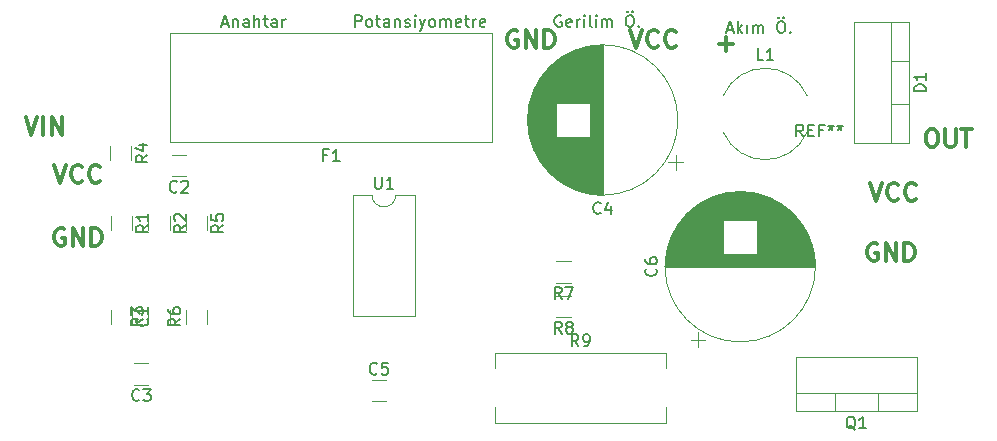
<source format=gbr>
G04 #@! TF.GenerationSoftware,KiCad,Pcbnew,(5.0.2)-1*
G04 #@! TF.CreationDate,2021-12-13T13:30:45+03:00*
G04 #@! TF.ProjectId,tasarim,74617361-7269-46d2-9e6b-696361645f70,rev?*
G04 #@! TF.SameCoordinates,Original*
G04 #@! TF.FileFunction,Legend,Top*
G04 #@! TF.FilePolarity,Positive*
%FSLAX46Y46*%
G04 Gerber Fmt 4.6, Leading zero omitted, Abs format (unit mm)*
G04 Created by KiCad (PCBNEW (5.0.2)-1) date 13.12.2021 13:30:45*
%MOMM*%
%LPD*%
G01*
G04 APERTURE LIST*
%ADD10C,0.300000*%
%ADD11C,0.120000*%
%ADD12C,0.150000*%
G04 APERTURE END LIST*
D10*
X182054571Y-82403142D02*
X183197428Y-82403142D01*
X182626000Y-82974571D02*
X182626000Y-81831714D01*
X123325142Y-88586571D02*
X123825142Y-90086571D01*
X124325142Y-88586571D01*
X124825142Y-90086571D02*
X124825142Y-88586571D01*
X125539428Y-90086571D02*
X125539428Y-88586571D01*
X126396571Y-90086571D01*
X126396571Y-88586571D01*
X199922000Y-89602571D02*
X200207714Y-89602571D01*
X200350571Y-89674000D01*
X200493428Y-89816857D01*
X200564857Y-90102571D01*
X200564857Y-90602571D01*
X200493428Y-90888285D01*
X200350571Y-91031142D01*
X200207714Y-91102571D01*
X199922000Y-91102571D01*
X199779142Y-91031142D01*
X199636285Y-90888285D01*
X199564857Y-90602571D01*
X199564857Y-90102571D01*
X199636285Y-89816857D01*
X199779142Y-89674000D01*
X199922000Y-89602571D01*
X201207714Y-89602571D02*
X201207714Y-90816857D01*
X201279142Y-90959714D01*
X201350571Y-91031142D01*
X201493428Y-91102571D01*
X201779142Y-91102571D01*
X201922000Y-91031142D01*
X201993428Y-90959714D01*
X202064857Y-90816857D01*
X202064857Y-89602571D01*
X202564857Y-89602571D02*
X203422000Y-89602571D01*
X202993428Y-91102571D02*
X202993428Y-89602571D01*
X174530000Y-81215571D02*
X175030000Y-82715571D01*
X175530000Y-81215571D01*
X176887142Y-82572714D02*
X176815714Y-82644142D01*
X176601428Y-82715571D01*
X176458571Y-82715571D01*
X176244285Y-82644142D01*
X176101428Y-82501285D01*
X176030000Y-82358428D01*
X175958571Y-82072714D01*
X175958571Y-81858428D01*
X176030000Y-81572714D01*
X176101428Y-81429857D01*
X176244285Y-81287000D01*
X176458571Y-81215571D01*
X176601428Y-81215571D01*
X176815714Y-81287000D01*
X176887142Y-81358428D01*
X178387142Y-82572714D02*
X178315714Y-82644142D01*
X178101428Y-82715571D01*
X177958571Y-82715571D01*
X177744285Y-82644142D01*
X177601428Y-82501285D01*
X177530000Y-82358428D01*
X177458571Y-82072714D01*
X177458571Y-81858428D01*
X177530000Y-81572714D01*
X177601428Y-81429857D01*
X177744285Y-81287000D01*
X177958571Y-81215571D01*
X178101428Y-81215571D01*
X178315714Y-81287000D01*
X178387142Y-81358428D01*
X164973142Y-81292000D02*
X164830285Y-81220571D01*
X164616000Y-81220571D01*
X164401714Y-81292000D01*
X164258857Y-81434857D01*
X164187428Y-81577714D01*
X164116000Y-81863428D01*
X164116000Y-82077714D01*
X164187428Y-82363428D01*
X164258857Y-82506285D01*
X164401714Y-82649142D01*
X164616000Y-82720571D01*
X164758857Y-82720571D01*
X164973142Y-82649142D01*
X165044571Y-82577714D01*
X165044571Y-82077714D01*
X164758857Y-82077714D01*
X165687428Y-82720571D02*
X165687428Y-81220571D01*
X166544571Y-82720571D01*
X166544571Y-81220571D01*
X167258857Y-82720571D02*
X167258857Y-81220571D01*
X167616000Y-81220571D01*
X167830285Y-81292000D01*
X167973142Y-81434857D01*
X168044571Y-81577714D01*
X168116000Y-81863428D01*
X168116000Y-82077714D01*
X168044571Y-82363428D01*
X167973142Y-82506285D01*
X167830285Y-82649142D01*
X167616000Y-82720571D01*
X167258857Y-82720571D01*
X194850000Y-94169571D02*
X195350000Y-95669571D01*
X195850000Y-94169571D01*
X197207142Y-95526714D02*
X197135714Y-95598142D01*
X196921428Y-95669571D01*
X196778571Y-95669571D01*
X196564285Y-95598142D01*
X196421428Y-95455285D01*
X196350000Y-95312428D01*
X196278571Y-95026714D01*
X196278571Y-94812428D01*
X196350000Y-94526714D01*
X196421428Y-94383857D01*
X196564285Y-94241000D01*
X196778571Y-94169571D01*
X196921428Y-94169571D01*
X197135714Y-94241000D01*
X197207142Y-94312428D01*
X198707142Y-95526714D02*
X198635714Y-95598142D01*
X198421428Y-95669571D01*
X198278571Y-95669571D01*
X198064285Y-95598142D01*
X197921428Y-95455285D01*
X197850000Y-95312428D01*
X197778571Y-95026714D01*
X197778571Y-94812428D01*
X197850000Y-94526714D01*
X197921428Y-94383857D01*
X198064285Y-94241000D01*
X198278571Y-94169571D01*
X198421428Y-94169571D01*
X198635714Y-94241000D01*
X198707142Y-94312428D01*
X195453142Y-99326000D02*
X195310285Y-99254571D01*
X195096000Y-99254571D01*
X194881714Y-99326000D01*
X194738857Y-99468857D01*
X194667428Y-99611714D01*
X194596000Y-99897428D01*
X194596000Y-100111714D01*
X194667428Y-100397428D01*
X194738857Y-100540285D01*
X194881714Y-100683142D01*
X195096000Y-100754571D01*
X195238857Y-100754571D01*
X195453142Y-100683142D01*
X195524571Y-100611714D01*
X195524571Y-100111714D01*
X195238857Y-100111714D01*
X196167428Y-100754571D02*
X196167428Y-99254571D01*
X197024571Y-100754571D01*
X197024571Y-99254571D01*
X197738857Y-100754571D02*
X197738857Y-99254571D01*
X198096000Y-99254571D01*
X198310285Y-99326000D01*
X198453142Y-99468857D01*
X198524571Y-99611714D01*
X198596000Y-99897428D01*
X198596000Y-100111714D01*
X198524571Y-100397428D01*
X198453142Y-100540285D01*
X198310285Y-100683142D01*
X198096000Y-100754571D01*
X197738857Y-100754571D01*
X125762000Y-92645571D02*
X126262000Y-94145571D01*
X126762000Y-92645571D01*
X128119142Y-94002714D02*
X128047714Y-94074142D01*
X127833428Y-94145571D01*
X127690571Y-94145571D01*
X127476285Y-94074142D01*
X127333428Y-93931285D01*
X127262000Y-93788428D01*
X127190571Y-93502714D01*
X127190571Y-93288428D01*
X127262000Y-93002714D01*
X127333428Y-92859857D01*
X127476285Y-92717000D01*
X127690571Y-92645571D01*
X127833428Y-92645571D01*
X128047714Y-92717000D01*
X128119142Y-92788428D01*
X129619142Y-94002714D02*
X129547714Y-94074142D01*
X129333428Y-94145571D01*
X129190571Y-94145571D01*
X128976285Y-94074142D01*
X128833428Y-93931285D01*
X128762000Y-93788428D01*
X128690571Y-93502714D01*
X128690571Y-93288428D01*
X128762000Y-93002714D01*
X128833428Y-92859857D01*
X128976285Y-92717000D01*
X129190571Y-92645571D01*
X129333428Y-92645571D01*
X129547714Y-92717000D01*
X129619142Y-92788428D01*
X126619142Y-98056000D02*
X126476285Y-97984571D01*
X126262000Y-97984571D01*
X126047714Y-98056000D01*
X125904857Y-98198857D01*
X125833428Y-98341714D01*
X125762000Y-98627428D01*
X125762000Y-98841714D01*
X125833428Y-99127428D01*
X125904857Y-99270285D01*
X126047714Y-99413142D01*
X126262000Y-99484571D01*
X126404857Y-99484571D01*
X126619142Y-99413142D01*
X126690571Y-99341714D01*
X126690571Y-98841714D01*
X126404857Y-98841714D01*
X127333428Y-99484571D02*
X127333428Y-97984571D01*
X128190571Y-99484571D01*
X128190571Y-97984571D01*
X128904857Y-99484571D02*
X128904857Y-97984571D01*
X129262000Y-97984571D01*
X129476285Y-98056000D01*
X129619142Y-98198857D01*
X129690571Y-98341714D01*
X129762000Y-98627428D01*
X129762000Y-98841714D01*
X129690571Y-99127428D01*
X129619142Y-99270285D01*
X129476285Y-99413142D01*
X129262000Y-99484571D01*
X128904857Y-99484571D01*
D11*
G04 #@! TO.C,U1*
X154670000Y-95190000D02*
G75*
G02X152670000Y-95190000I-1000000J0D01*
G01*
X152670000Y-95190000D02*
X151020000Y-95190000D01*
X151020000Y-95190000D02*
X151020000Y-105470000D01*
X151020000Y-105470000D02*
X156320000Y-105470000D01*
X156320000Y-105470000D02*
X156320000Y-95190000D01*
X156320000Y-95190000D02*
X154670000Y-95190000D01*
G04 #@! TO.C,C4*
X178380582Y-93036500D02*
X178380582Y-91786500D01*
X179005582Y-92411500D02*
X177755582Y-92411500D01*
X165827500Y-89153500D02*
X165827500Y-88519500D01*
X165867500Y-89593500D02*
X165867500Y-88079500D01*
X165907500Y-89864500D02*
X165907500Y-87808500D01*
X165947500Y-90077500D02*
X165947500Y-87595500D01*
X165987500Y-90258500D02*
X165987500Y-87414500D01*
X166027500Y-90419500D02*
X166027500Y-87253500D01*
X166067500Y-90564500D02*
X166067500Y-87108500D01*
X166107500Y-90697500D02*
X166107500Y-86975500D01*
X166147500Y-90820500D02*
X166147500Y-86852500D01*
X166187500Y-90936500D02*
X166187500Y-86736500D01*
X166227500Y-91045500D02*
X166227500Y-86627500D01*
X166267500Y-91148500D02*
X166267500Y-86524500D01*
X166307500Y-91246500D02*
X166307500Y-86426500D01*
X166347500Y-91340500D02*
X166347500Y-86332500D01*
X166387500Y-91430500D02*
X166387500Y-86242500D01*
X166427500Y-91517500D02*
X166427500Y-86155500D01*
X166467500Y-91600500D02*
X166467500Y-86072500D01*
X166507500Y-91680500D02*
X166507500Y-85992500D01*
X166547500Y-91757500D02*
X166547500Y-85915500D01*
X166587500Y-91832500D02*
X166587500Y-85840500D01*
X166627500Y-91905500D02*
X166627500Y-85767500D01*
X166667500Y-91976500D02*
X166667500Y-85696500D01*
X166707500Y-92044500D02*
X166707500Y-85628500D01*
X166747500Y-92111500D02*
X166747500Y-85561500D01*
X166787500Y-92175500D02*
X166787500Y-85497500D01*
X166827500Y-92238500D02*
X166827500Y-85434500D01*
X166867500Y-92300500D02*
X166867500Y-85372500D01*
X166907500Y-92360500D02*
X166907500Y-85312500D01*
X166947500Y-92419500D02*
X166947500Y-85253500D01*
X166987500Y-92476500D02*
X166987500Y-85196500D01*
X167027500Y-92532500D02*
X167027500Y-85140500D01*
X167067500Y-92586500D02*
X167067500Y-85086500D01*
X167107500Y-92640500D02*
X167107500Y-85032500D01*
X167147500Y-92692500D02*
X167147500Y-84980500D01*
X167187500Y-92743500D02*
X167187500Y-84929500D01*
X167227500Y-92793500D02*
X167227500Y-84879500D01*
X167267500Y-92843500D02*
X167267500Y-84829500D01*
X167307500Y-92891500D02*
X167307500Y-84781500D01*
X167347500Y-92938500D02*
X167347500Y-84734500D01*
X167387500Y-92984500D02*
X167387500Y-84688500D01*
X167427500Y-93030500D02*
X167427500Y-84642500D01*
X167467500Y-93074500D02*
X167467500Y-84598500D01*
X167507500Y-93118500D02*
X167507500Y-84554500D01*
X167547500Y-93161500D02*
X167547500Y-84511500D01*
X167587500Y-93203500D02*
X167587500Y-84469500D01*
X167627500Y-93244500D02*
X167627500Y-84428500D01*
X167667500Y-93285500D02*
X167667500Y-84387500D01*
X167707500Y-93325500D02*
X167707500Y-84347500D01*
X167747500Y-93364500D02*
X167747500Y-84308500D01*
X167787500Y-93403500D02*
X167787500Y-84269500D01*
X167827500Y-93441500D02*
X167827500Y-84231500D01*
X167867500Y-93478500D02*
X167867500Y-84194500D01*
X167907500Y-93514500D02*
X167907500Y-84158500D01*
X167947500Y-93550500D02*
X167947500Y-84122500D01*
X167987500Y-93586500D02*
X167987500Y-84086500D01*
X168027500Y-93621500D02*
X168027500Y-84051500D01*
X168067500Y-93655500D02*
X168067500Y-84017500D01*
X168107500Y-93688500D02*
X168107500Y-83984500D01*
X168147500Y-93721500D02*
X168147500Y-83951500D01*
X168187500Y-93754500D02*
X168187500Y-83918500D01*
X168227500Y-93786500D02*
X168227500Y-83886500D01*
X168267500Y-87396500D02*
X168267500Y-83854500D01*
X168267500Y-93818500D02*
X168267500Y-90276500D01*
X168307500Y-87396500D02*
X168307500Y-83824500D01*
X168307500Y-93848500D02*
X168307500Y-90276500D01*
X168347500Y-87396500D02*
X168347500Y-83793500D01*
X168347500Y-93879500D02*
X168347500Y-90276500D01*
X168387500Y-87396500D02*
X168387500Y-83763500D01*
X168387500Y-93909500D02*
X168387500Y-90276500D01*
X168427500Y-87396500D02*
X168427500Y-83734500D01*
X168427500Y-93938500D02*
X168427500Y-90276500D01*
X168467500Y-87396500D02*
X168467500Y-83705500D01*
X168467500Y-93967500D02*
X168467500Y-90276500D01*
X168507500Y-87396500D02*
X168507500Y-83676500D01*
X168507500Y-93996500D02*
X168507500Y-90276500D01*
X168547500Y-87396500D02*
X168547500Y-83648500D01*
X168547500Y-94024500D02*
X168547500Y-90276500D01*
X168587500Y-87396500D02*
X168587500Y-83620500D01*
X168587500Y-94052500D02*
X168587500Y-90276500D01*
X168627500Y-87396500D02*
X168627500Y-83593500D01*
X168627500Y-94079500D02*
X168627500Y-90276500D01*
X168667500Y-87396500D02*
X168667500Y-83566500D01*
X168667500Y-94106500D02*
X168667500Y-90276500D01*
X168707500Y-87396500D02*
X168707500Y-83540500D01*
X168707500Y-94132500D02*
X168707500Y-90276500D01*
X168747500Y-87396500D02*
X168747500Y-83514500D01*
X168747500Y-94158500D02*
X168747500Y-90276500D01*
X168787500Y-87396500D02*
X168787500Y-83489500D01*
X168787500Y-94183500D02*
X168787500Y-90276500D01*
X168827500Y-87396500D02*
X168827500Y-83464500D01*
X168827500Y-94208500D02*
X168827500Y-90276500D01*
X168867500Y-87396500D02*
X168867500Y-83439500D01*
X168867500Y-94233500D02*
X168867500Y-90276500D01*
X168907500Y-87396500D02*
X168907500Y-83415500D01*
X168907500Y-94257500D02*
X168907500Y-90276500D01*
X168947500Y-87396500D02*
X168947500Y-83391500D01*
X168947500Y-94281500D02*
X168947500Y-90276500D01*
X168987500Y-87396500D02*
X168987500Y-83368500D01*
X168987500Y-94304500D02*
X168987500Y-90276500D01*
X169027500Y-87396500D02*
X169027500Y-83345500D01*
X169027500Y-94327500D02*
X169027500Y-90276500D01*
X169067500Y-87396500D02*
X169067500Y-83322500D01*
X169067500Y-94350500D02*
X169067500Y-90276500D01*
X169107500Y-87396500D02*
X169107500Y-83300500D01*
X169107500Y-94372500D02*
X169107500Y-90276500D01*
X169147500Y-87396500D02*
X169147500Y-83278500D01*
X169147500Y-94394500D02*
X169147500Y-90276500D01*
X169187500Y-87396500D02*
X169187500Y-83256500D01*
X169187500Y-94416500D02*
X169187500Y-90276500D01*
X169227500Y-87396500D02*
X169227500Y-83235500D01*
X169227500Y-94437500D02*
X169227500Y-90276500D01*
X169267500Y-87396500D02*
X169267500Y-83214500D01*
X169267500Y-94458500D02*
X169267500Y-90276500D01*
X169307500Y-87396500D02*
X169307500Y-83194500D01*
X169307500Y-94478500D02*
X169307500Y-90276500D01*
X169347500Y-87396500D02*
X169347500Y-83174500D01*
X169347500Y-94498500D02*
X169347500Y-90276500D01*
X169387500Y-87396500D02*
X169387500Y-83154500D01*
X169387500Y-94518500D02*
X169387500Y-90276500D01*
X169427500Y-87396500D02*
X169427500Y-83134500D01*
X169427500Y-94538500D02*
X169427500Y-90276500D01*
X169467500Y-87396500D02*
X169467500Y-83115500D01*
X169467500Y-94557500D02*
X169467500Y-90276500D01*
X169507500Y-87396500D02*
X169507500Y-83097500D01*
X169507500Y-94575500D02*
X169507500Y-90276500D01*
X169547500Y-87396500D02*
X169547500Y-83078500D01*
X169547500Y-94594500D02*
X169547500Y-90276500D01*
X169587500Y-87396500D02*
X169587500Y-83060500D01*
X169587500Y-94612500D02*
X169587500Y-90276500D01*
X169627500Y-87396500D02*
X169627500Y-83043500D01*
X169627500Y-94629500D02*
X169627500Y-90276500D01*
X169667500Y-87396500D02*
X169667500Y-83025500D01*
X169667500Y-94647500D02*
X169667500Y-90276500D01*
X169707500Y-87396500D02*
X169707500Y-83008500D01*
X169707500Y-94664500D02*
X169707500Y-90276500D01*
X169747500Y-87396500D02*
X169747500Y-82991500D01*
X169747500Y-94681500D02*
X169747500Y-90276500D01*
X169787500Y-87396500D02*
X169787500Y-82975500D01*
X169787500Y-94697500D02*
X169787500Y-90276500D01*
X169827500Y-87396500D02*
X169827500Y-82959500D01*
X169827500Y-94713500D02*
X169827500Y-90276500D01*
X169867500Y-87396500D02*
X169867500Y-82943500D01*
X169867500Y-94729500D02*
X169867500Y-90276500D01*
X169907500Y-87396500D02*
X169907500Y-82928500D01*
X169907500Y-94744500D02*
X169907500Y-90276500D01*
X169947500Y-87396500D02*
X169947500Y-82912500D01*
X169947500Y-94760500D02*
X169947500Y-90276500D01*
X169987500Y-87396500D02*
X169987500Y-82897500D01*
X169987500Y-94775500D02*
X169987500Y-90276500D01*
X170027500Y-87396500D02*
X170027500Y-82883500D01*
X170027500Y-94789500D02*
X170027500Y-90276500D01*
X170067500Y-87396500D02*
X170067500Y-82869500D01*
X170067500Y-94803500D02*
X170067500Y-90276500D01*
X170107500Y-87396500D02*
X170107500Y-82855500D01*
X170107500Y-94817500D02*
X170107500Y-90276500D01*
X170147500Y-87396500D02*
X170147500Y-82841500D01*
X170147500Y-94831500D02*
X170147500Y-90276500D01*
X170187500Y-87396500D02*
X170187500Y-82828500D01*
X170187500Y-94844500D02*
X170187500Y-90276500D01*
X170227500Y-87396500D02*
X170227500Y-82815500D01*
X170227500Y-94857500D02*
X170227500Y-90276500D01*
X170267500Y-87396500D02*
X170267500Y-82802500D01*
X170267500Y-94870500D02*
X170267500Y-90276500D01*
X170307500Y-87396500D02*
X170307500Y-82789500D01*
X170307500Y-94883500D02*
X170307500Y-90276500D01*
X170347500Y-87396500D02*
X170347500Y-82777500D01*
X170347500Y-94895500D02*
X170347500Y-90276500D01*
X170387500Y-87396500D02*
X170387500Y-82765500D01*
X170387500Y-94907500D02*
X170387500Y-90276500D01*
X170427500Y-87396500D02*
X170427500Y-82753500D01*
X170427500Y-94919500D02*
X170427500Y-90276500D01*
X170467500Y-87396500D02*
X170467500Y-82742500D01*
X170467500Y-94930500D02*
X170467500Y-90276500D01*
X170507500Y-87396500D02*
X170507500Y-82731500D01*
X170507500Y-94941500D02*
X170507500Y-90276500D01*
X170547500Y-87396500D02*
X170547500Y-82720500D01*
X170547500Y-94952500D02*
X170547500Y-90276500D01*
X170587500Y-87396500D02*
X170587500Y-82710500D01*
X170587500Y-94962500D02*
X170587500Y-90276500D01*
X170627500Y-87396500D02*
X170627500Y-82699500D01*
X170627500Y-94973500D02*
X170627500Y-90276500D01*
X170667500Y-87396500D02*
X170667500Y-82690500D01*
X170667500Y-94982500D02*
X170667500Y-90276500D01*
X170707500Y-87396500D02*
X170707500Y-82680500D01*
X170707500Y-94992500D02*
X170707500Y-90276500D01*
X170747500Y-87396500D02*
X170747500Y-82670500D01*
X170747500Y-95002500D02*
X170747500Y-90276500D01*
X170787500Y-87396500D02*
X170787500Y-82661500D01*
X170787500Y-95011500D02*
X170787500Y-90276500D01*
X170827500Y-87396500D02*
X170827500Y-82652500D01*
X170827500Y-95020500D02*
X170827500Y-90276500D01*
X170867500Y-87396500D02*
X170867500Y-82644500D01*
X170867500Y-95028500D02*
X170867500Y-90276500D01*
X170907500Y-87396500D02*
X170907500Y-82635500D01*
X170907500Y-95037500D02*
X170907500Y-90276500D01*
X170947500Y-87396500D02*
X170947500Y-82627500D01*
X170947500Y-95045500D02*
X170947500Y-90276500D01*
X170987500Y-87396500D02*
X170987500Y-82620500D01*
X170987500Y-95052500D02*
X170987500Y-90276500D01*
X171027500Y-87396500D02*
X171027500Y-82612500D01*
X171027500Y-95060500D02*
X171027500Y-90276500D01*
X171067500Y-87396500D02*
X171067500Y-82605500D01*
X171067500Y-95067500D02*
X171067500Y-90276500D01*
X171107500Y-87396500D02*
X171107500Y-82598500D01*
X171107500Y-95074500D02*
X171107500Y-90276500D01*
X171147500Y-95081500D02*
X171147500Y-82591500D01*
X171187500Y-95088500D02*
X171187500Y-82584500D01*
X171227500Y-95094500D02*
X171227500Y-82578500D01*
X171267500Y-95100500D02*
X171267500Y-82572500D01*
X171307500Y-95105500D02*
X171307500Y-82567500D01*
X171347500Y-95111500D02*
X171347500Y-82561500D01*
X171387500Y-95116500D02*
X171387500Y-82556500D01*
X171427500Y-95121500D02*
X171427500Y-82551500D01*
X171467500Y-95126500D02*
X171467500Y-82546500D01*
X171508500Y-95130500D02*
X171508500Y-82542500D01*
X171548500Y-95134500D02*
X171548500Y-82538500D01*
X171588500Y-95138500D02*
X171588500Y-82534500D01*
X171628500Y-95142500D02*
X171628500Y-82530500D01*
X171668500Y-95145500D02*
X171668500Y-82527500D01*
X171708500Y-95148500D02*
X171708500Y-82524500D01*
X171748500Y-95151500D02*
X171748500Y-82521500D01*
X171788500Y-95154500D02*
X171788500Y-82518500D01*
X171828500Y-95156500D02*
X171828500Y-82516500D01*
X171868500Y-95158500D02*
X171868500Y-82514500D01*
X171908500Y-95160500D02*
X171908500Y-82512500D01*
X171948500Y-95162500D02*
X171948500Y-82510500D01*
X171988500Y-95163500D02*
X171988500Y-82509500D01*
X172028500Y-95164500D02*
X172028500Y-82508500D01*
X172068500Y-95165500D02*
X172068500Y-82507500D01*
X172108500Y-95166500D02*
X172108500Y-82506500D01*
X172148500Y-95166500D02*
X172148500Y-82506500D01*
X172188500Y-95166500D02*
X172188500Y-82506500D01*
X178558500Y-88836500D02*
G75*
G03X178558500Y-88836500I-6370000J0D01*
G01*
G04 #@! TO.C,C1*
X130535000Y-104898436D02*
X130535000Y-106102564D01*
X132355000Y-104898436D02*
X132355000Y-106102564D01*
G04 #@! TO.C,C2*
X136909564Y-93620000D02*
X135705436Y-93620000D01*
X136909564Y-91800000D02*
X135705436Y-91800000D01*
G04 #@! TO.C,C3*
X133734564Y-109453000D02*
X132530436Y-109453000D01*
X133734564Y-111273000D02*
X132530436Y-111273000D01*
G04 #@! TO.C,C5*
X152650436Y-110850000D02*
X153854564Y-110850000D01*
X152650436Y-112670000D02*
X153854564Y-112670000D01*
G04 #@! TO.C,C6*
X190202500Y-101259000D02*
G75*
G03X190202500Y-101259000I-6370000J0D01*
G01*
X177502500Y-101259000D02*
X190162500Y-101259000D01*
X177502500Y-101219000D02*
X190162500Y-101219000D01*
X177502500Y-101179000D02*
X190162500Y-101179000D01*
X177503500Y-101139000D02*
X190161500Y-101139000D01*
X177504500Y-101099000D02*
X190160500Y-101099000D01*
X177505500Y-101059000D02*
X190159500Y-101059000D01*
X177506500Y-101019000D02*
X190158500Y-101019000D01*
X177508500Y-100979000D02*
X190156500Y-100979000D01*
X177510500Y-100939000D02*
X190154500Y-100939000D01*
X177512500Y-100899000D02*
X190152500Y-100899000D01*
X177514500Y-100859000D02*
X190150500Y-100859000D01*
X177517500Y-100819000D02*
X190147500Y-100819000D01*
X177520500Y-100779000D02*
X190144500Y-100779000D01*
X177523500Y-100739000D02*
X190141500Y-100739000D01*
X177526500Y-100699000D02*
X190138500Y-100699000D01*
X177530500Y-100659000D02*
X190134500Y-100659000D01*
X177534500Y-100619000D02*
X190130500Y-100619000D01*
X177538500Y-100579000D02*
X190126500Y-100579000D01*
X177542500Y-100538000D02*
X190122500Y-100538000D01*
X177547500Y-100498000D02*
X190117500Y-100498000D01*
X177552500Y-100458000D02*
X190112500Y-100458000D01*
X177557500Y-100418000D02*
X190107500Y-100418000D01*
X177563500Y-100378000D02*
X190101500Y-100378000D01*
X177568500Y-100338000D02*
X190096500Y-100338000D01*
X177574500Y-100298000D02*
X190090500Y-100298000D01*
X177580500Y-100258000D02*
X190084500Y-100258000D01*
X177587500Y-100218000D02*
X190077500Y-100218000D01*
X177594500Y-100178000D02*
X182392500Y-100178000D01*
X185272500Y-100178000D02*
X190070500Y-100178000D01*
X177601500Y-100138000D02*
X182392500Y-100138000D01*
X185272500Y-100138000D02*
X190063500Y-100138000D01*
X177608500Y-100098000D02*
X182392500Y-100098000D01*
X185272500Y-100098000D02*
X190056500Y-100098000D01*
X177616500Y-100058000D02*
X182392500Y-100058000D01*
X185272500Y-100058000D02*
X190048500Y-100058000D01*
X177623500Y-100018000D02*
X182392500Y-100018000D01*
X185272500Y-100018000D02*
X190041500Y-100018000D01*
X177631500Y-99978000D02*
X182392500Y-99978000D01*
X185272500Y-99978000D02*
X190033500Y-99978000D01*
X177640500Y-99938000D02*
X182392500Y-99938000D01*
X185272500Y-99938000D02*
X190024500Y-99938000D01*
X177648500Y-99898000D02*
X182392500Y-99898000D01*
X185272500Y-99898000D02*
X190016500Y-99898000D01*
X177657500Y-99858000D02*
X182392500Y-99858000D01*
X185272500Y-99858000D02*
X190007500Y-99858000D01*
X177666500Y-99818000D02*
X182392500Y-99818000D01*
X185272500Y-99818000D02*
X189998500Y-99818000D01*
X177676500Y-99778000D02*
X182392500Y-99778000D01*
X185272500Y-99778000D02*
X189988500Y-99778000D01*
X177686500Y-99738000D02*
X182392500Y-99738000D01*
X185272500Y-99738000D02*
X189978500Y-99738000D01*
X177695500Y-99698000D02*
X182392500Y-99698000D01*
X185272500Y-99698000D02*
X189969500Y-99698000D01*
X177706500Y-99658000D02*
X182392500Y-99658000D01*
X185272500Y-99658000D02*
X189958500Y-99658000D01*
X177716500Y-99618000D02*
X182392500Y-99618000D01*
X185272500Y-99618000D02*
X189948500Y-99618000D01*
X177727500Y-99578000D02*
X182392500Y-99578000D01*
X185272500Y-99578000D02*
X189937500Y-99578000D01*
X177738500Y-99538000D02*
X182392500Y-99538000D01*
X185272500Y-99538000D02*
X189926500Y-99538000D01*
X177749500Y-99498000D02*
X182392500Y-99498000D01*
X185272500Y-99498000D02*
X189915500Y-99498000D01*
X177761500Y-99458000D02*
X182392500Y-99458000D01*
X185272500Y-99458000D02*
X189903500Y-99458000D01*
X177773500Y-99418000D02*
X182392500Y-99418000D01*
X185272500Y-99418000D02*
X189891500Y-99418000D01*
X177785500Y-99378000D02*
X182392500Y-99378000D01*
X185272500Y-99378000D02*
X189879500Y-99378000D01*
X177798500Y-99338000D02*
X182392500Y-99338000D01*
X185272500Y-99338000D02*
X189866500Y-99338000D01*
X177811500Y-99298000D02*
X182392500Y-99298000D01*
X185272500Y-99298000D02*
X189853500Y-99298000D01*
X177824500Y-99258000D02*
X182392500Y-99258000D01*
X185272500Y-99258000D02*
X189840500Y-99258000D01*
X177837500Y-99218000D02*
X182392500Y-99218000D01*
X185272500Y-99218000D02*
X189827500Y-99218000D01*
X177851500Y-99178000D02*
X182392500Y-99178000D01*
X185272500Y-99178000D02*
X189813500Y-99178000D01*
X177865500Y-99138000D02*
X182392500Y-99138000D01*
X185272500Y-99138000D02*
X189799500Y-99138000D01*
X177879500Y-99098000D02*
X182392500Y-99098000D01*
X185272500Y-99098000D02*
X189785500Y-99098000D01*
X177893500Y-99058000D02*
X182392500Y-99058000D01*
X185272500Y-99058000D02*
X189771500Y-99058000D01*
X177908500Y-99018000D02*
X182392500Y-99018000D01*
X185272500Y-99018000D02*
X189756500Y-99018000D01*
X177924500Y-98978000D02*
X182392500Y-98978000D01*
X185272500Y-98978000D02*
X189740500Y-98978000D01*
X177939500Y-98938000D02*
X182392500Y-98938000D01*
X185272500Y-98938000D02*
X189725500Y-98938000D01*
X177955500Y-98898000D02*
X182392500Y-98898000D01*
X185272500Y-98898000D02*
X189709500Y-98898000D01*
X177971500Y-98858000D02*
X182392500Y-98858000D01*
X185272500Y-98858000D02*
X189693500Y-98858000D01*
X177987500Y-98818000D02*
X182392500Y-98818000D01*
X185272500Y-98818000D02*
X189677500Y-98818000D01*
X178004500Y-98778000D02*
X182392500Y-98778000D01*
X185272500Y-98778000D02*
X189660500Y-98778000D01*
X178021500Y-98738000D02*
X182392500Y-98738000D01*
X185272500Y-98738000D02*
X189643500Y-98738000D01*
X178039500Y-98698000D02*
X182392500Y-98698000D01*
X185272500Y-98698000D02*
X189625500Y-98698000D01*
X178056500Y-98658000D02*
X182392500Y-98658000D01*
X185272500Y-98658000D02*
X189608500Y-98658000D01*
X178074500Y-98618000D02*
X182392500Y-98618000D01*
X185272500Y-98618000D02*
X189590500Y-98618000D01*
X178093500Y-98578000D02*
X182392500Y-98578000D01*
X185272500Y-98578000D02*
X189571500Y-98578000D01*
X178111500Y-98538000D02*
X182392500Y-98538000D01*
X185272500Y-98538000D02*
X189553500Y-98538000D01*
X178130500Y-98498000D02*
X182392500Y-98498000D01*
X185272500Y-98498000D02*
X189534500Y-98498000D01*
X178150500Y-98458000D02*
X182392500Y-98458000D01*
X185272500Y-98458000D02*
X189514500Y-98458000D01*
X178170500Y-98418000D02*
X182392500Y-98418000D01*
X185272500Y-98418000D02*
X189494500Y-98418000D01*
X178190500Y-98378000D02*
X182392500Y-98378000D01*
X185272500Y-98378000D02*
X189474500Y-98378000D01*
X178210500Y-98338000D02*
X182392500Y-98338000D01*
X185272500Y-98338000D02*
X189454500Y-98338000D01*
X178231500Y-98298000D02*
X182392500Y-98298000D01*
X185272500Y-98298000D02*
X189433500Y-98298000D01*
X178252500Y-98258000D02*
X182392500Y-98258000D01*
X185272500Y-98258000D02*
X189412500Y-98258000D01*
X178274500Y-98218000D02*
X182392500Y-98218000D01*
X185272500Y-98218000D02*
X189390500Y-98218000D01*
X178296500Y-98178000D02*
X182392500Y-98178000D01*
X185272500Y-98178000D02*
X189368500Y-98178000D01*
X178318500Y-98138000D02*
X182392500Y-98138000D01*
X185272500Y-98138000D02*
X189346500Y-98138000D01*
X178341500Y-98098000D02*
X182392500Y-98098000D01*
X185272500Y-98098000D02*
X189323500Y-98098000D01*
X178364500Y-98058000D02*
X182392500Y-98058000D01*
X185272500Y-98058000D02*
X189300500Y-98058000D01*
X178387500Y-98018000D02*
X182392500Y-98018000D01*
X185272500Y-98018000D02*
X189277500Y-98018000D01*
X178411500Y-97978000D02*
X182392500Y-97978000D01*
X185272500Y-97978000D02*
X189253500Y-97978000D01*
X178435500Y-97938000D02*
X182392500Y-97938000D01*
X185272500Y-97938000D02*
X189229500Y-97938000D01*
X178460500Y-97898000D02*
X182392500Y-97898000D01*
X185272500Y-97898000D02*
X189204500Y-97898000D01*
X178485500Y-97858000D02*
X182392500Y-97858000D01*
X185272500Y-97858000D02*
X189179500Y-97858000D01*
X178510500Y-97818000D02*
X182392500Y-97818000D01*
X185272500Y-97818000D02*
X189154500Y-97818000D01*
X178536500Y-97778000D02*
X182392500Y-97778000D01*
X185272500Y-97778000D02*
X189128500Y-97778000D01*
X178562500Y-97738000D02*
X182392500Y-97738000D01*
X185272500Y-97738000D02*
X189102500Y-97738000D01*
X178589500Y-97698000D02*
X182392500Y-97698000D01*
X185272500Y-97698000D02*
X189075500Y-97698000D01*
X178616500Y-97658000D02*
X182392500Y-97658000D01*
X185272500Y-97658000D02*
X189048500Y-97658000D01*
X178644500Y-97618000D02*
X182392500Y-97618000D01*
X185272500Y-97618000D02*
X189020500Y-97618000D01*
X178672500Y-97578000D02*
X182392500Y-97578000D01*
X185272500Y-97578000D02*
X188992500Y-97578000D01*
X178701500Y-97538000D02*
X182392500Y-97538000D01*
X185272500Y-97538000D02*
X188963500Y-97538000D01*
X178730500Y-97498000D02*
X182392500Y-97498000D01*
X185272500Y-97498000D02*
X188934500Y-97498000D01*
X178759500Y-97458000D02*
X182392500Y-97458000D01*
X185272500Y-97458000D02*
X188905500Y-97458000D01*
X178789500Y-97418000D02*
X182392500Y-97418000D01*
X185272500Y-97418000D02*
X188875500Y-97418000D01*
X178820500Y-97378000D02*
X182392500Y-97378000D01*
X185272500Y-97378000D02*
X188844500Y-97378000D01*
X178850500Y-97338000D02*
X182392500Y-97338000D01*
X185272500Y-97338000D02*
X188814500Y-97338000D01*
X178882500Y-97298000D02*
X188782500Y-97298000D01*
X178914500Y-97258000D02*
X188750500Y-97258000D01*
X178947500Y-97218000D02*
X188717500Y-97218000D01*
X178980500Y-97178000D02*
X188684500Y-97178000D01*
X179013500Y-97138000D02*
X188651500Y-97138000D01*
X179047500Y-97098000D02*
X188617500Y-97098000D01*
X179082500Y-97058000D02*
X188582500Y-97058000D01*
X179118500Y-97018000D02*
X188546500Y-97018000D01*
X179154500Y-96978000D02*
X188510500Y-96978000D01*
X179190500Y-96938000D02*
X188474500Y-96938000D01*
X179227500Y-96898000D02*
X188437500Y-96898000D01*
X179265500Y-96858000D02*
X188399500Y-96858000D01*
X179304500Y-96818000D02*
X188360500Y-96818000D01*
X179343500Y-96778000D02*
X188321500Y-96778000D01*
X179383500Y-96738000D02*
X188281500Y-96738000D01*
X179424500Y-96698000D02*
X188240500Y-96698000D01*
X179465500Y-96658000D02*
X188199500Y-96658000D01*
X179507500Y-96618000D02*
X188157500Y-96618000D01*
X179550500Y-96578000D02*
X188114500Y-96578000D01*
X179594500Y-96538000D02*
X188070500Y-96538000D01*
X179638500Y-96498000D02*
X188026500Y-96498000D01*
X179684500Y-96458000D02*
X187980500Y-96458000D01*
X179730500Y-96418000D02*
X187934500Y-96418000D01*
X179777500Y-96378000D02*
X187887500Y-96378000D01*
X179825500Y-96338000D02*
X187839500Y-96338000D01*
X179875500Y-96298000D02*
X187789500Y-96298000D01*
X179925500Y-96258000D02*
X187739500Y-96258000D01*
X179976500Y-96218000D02*
X187688500Y-96218000D01*
X180028500Y-96178000D02*
X187636500Y-96178000D01*
X180082500Y-96138000D02*
X187582500Y-96138000D01*
X180136500Y-96098000D02*
X187528500Y-96098000D01*
X180192500Y-96058000D02*
X187472500Y-96058000D01*
X180249500Y-96018000D02*
X187415500Y-96018000D01*
X180308500Y-95978000D02*
X187356500Y-95978000D01*
X180368500Y-95938000D02*
X187296500Y-95938000D01*
X180430500Y-95898000D02*
X187234500Y-95898000D01*
X180493500Y-95858000D02*
X187171500Y-95858000D01*
X180557500Y-95818000D02*
X187107500Y-95818000D01*
X180624500Y-95778000D02*
X187040500Y-95778000D01*
X180692500Y-95738000D02*
X186972500Y-95738000D01*
X180763500Y-95698000D02*
X186901500Y-95698000D01*
X180836500Y-95658000D02*
X186828500Y-95658000D01*
X180911500Y-95618000D02*
X186753500Y-95618000D01*
X180988500Y-95578000D02*
X186676500Y-95578000D01*
X181068500Y-95538000D02*
X186596500Y-95538000D01*
X181151500Y-95498000D02*
X186513500Y-95498000D01*
X181238500Y-95458000D02*
X186426500Y-95458000D01*
X181328500Y-95418000D02*
X186336500Y-95418000D01*
X181422500Y-95378000D02*
X186242500Y-95378000D01*
X181520500Y-95338000D02*
X186144500Y-95338000D01*
X181623500Y-95298000D02*
X186041500Y-95298000D01*
X181732500Y-95258000D02*
X185932500Y-95258000D01*
X181848500Y-95218000D02*
X185816500Y-95218000D01*
X181971500Y-95178000D02*
X185693500Y-95178000D01*
X182104500Y-95138000D02*
X185560500Y-95138000D01*
X182249500Y-95098000D02*
X185415500Y-95098000D01*
X182410500Y-95058000D02*
X185254500Y-95058000D01*
X182591500Y-95018000D02*
X185073500Y-95018000D01*
X182804500Y-94978000D02*
X184860500Y-94978000D01*
X183075500Y-94938000D02*
X184589500Y-94938000D01*
X183515500Y-94898000D02*
X184149500Y-94898000D01*
X180257500Y-108076082D02*
X180257500Y-106826082D01*
X179632500Y-107451082D02*
X180882500Y-107451082D01*
G04 #@! TO.C,D1*
X198088000Y-80541500D02*
X198088000Y-90781500D01*
X193447000Y-80541500D02*
X193447000Y-90781500D01*
X198088000Y-80541500D02*
X193447000Y-80541500D01*
X198088000Y-90781500D02*
X193447000Y-90781500D01*
X196578000Y-80541500D02*
X196578000Y-90781500D01*
X198088000Y-83811500D02*
X196578000Y-83811500D01*
X198088000Y-87512500D02*
X196578000Y-87512500D01*
G04 #@! TO.C,F1*
X162838500Y-90726000D02*
X135598500Y-90726000D01*
X162838500Y-81486000D02*
X135598500Y-81486000D01*
X162838500Y-90726000D02*
X162838500Y-81486000D01*
X135598500Y-90726000D02*
X135598500Y-81486000D01*
G04 #@! TO.C,L1*
X189493152Y-86768500D02*
G75*
G03X182409848Y-86768500I-3541652J-1560000D01*
G01*
X189493152Y-89888500D02*
G75*
G02X182409848Y-89888500I-3541652J1560000D01*
G01*
G04 #@! TO.C,Q1*
X198795000Y-113506000D02*
X188555000Y-113506000D01*
X198795000Y-108865000D02*
X188555000Y-108865000D01*
X198795000Y-113506000D02*
X198795000Y-108865000D01*
X188555000Y-113506000D02*
X188555000Y-108865000D01*
X198795000Y-111996000D02*
X188555000Y-111996000D01*
X195525000Y-113506000D02*
X195525000Y-111996000D01*
X191824000Y-113506000D02*
X191824000Y-111996000D01*
G04 #@! TO.C,R1*
X130535000Y-96970436D02*
X130535000Y-98174564D01*
X132355000Y-96970436D02*
X132355000Y-98174564D01*
G04 #@! TO.C,R2*
X135530000Y-96970436D02*
X135530000Y-98174564D01*
X133710000Y-96970436D02*
X133710000Y-98174564D01*
G04 #@! TO.C,R3*
X135530000Y-106102564D02*
X135530000Y-104898436D01*
X133710000Y-106102564D02*
X133710000Y-104898436D01*
G04 #@! TO.C,R4*
X132278800Y-91041136D02*
X132278800Y-92245264D01*
X130458800Y-91041136D02*
X130458800Y-92245264D01*
G04 #@! TO.C,R5*
X136885000Y-96970436D02*
X136885000Y-98174564D01*
X138705000Y-96970436D02*
X138705000Y-98174564D01*
G04 #@! TO.C,R6*
X136885000Y-106102564D02*
X136885000Y-104898436D01*
X138705000Y-106102564D02*
X138705000Y-104898436D01*
G04 #@! TO.C,R7*
X169475564Y-100817000D02*
X168271436Y-100817000D01*
X169475564Y-102637000D02*
X168271436Y-102637000D01*
G04 #@! TO.C,R8*
X169475564Y-105558000D02*
X168271436Y-105558000D01*
X169475564Y-103738000D02*
X168271436Y-103738000D01*
G04 #@! TO.C,R9*
X163037000Y-109866000D02*
X163037000Y-108536000D01*
X163037000Y-108536000D02*
X177577000Y-108536000D01*
X177577000Y-108536000D02*
X177577000Y-109866000D01*
X163037000Y-113146000D02*
X163037000Y-114476000D01*
X163037000Y-114476000D02*
X177577000Y-114476000D01*
X177577000Y-114476000D02*
X177577000Y-113146000D01*
G04 #@! TO.C,U1*
D12*
X152908095Y-93642380D02*
X152908095Y-94451904D01*
X152955714Y-94547142D01*
X153003333Y-94594761D01*
X153098571Y-94642380D01*
X153289047Y-94642380D01*
X153384285Y-94594761D01*
X153431904Y-94547142D01*
X153479523Y-94451904D01*
X153479523Y-93642380D01*
X154479523Y-94642380D02*
X153908095Y-94642380D01*
X154193809Y-94642380D02*
X154193809Y-93642380D01*
X154098571Y-93785238D01*
X154003333Y-93880476D01*
X153908095Y-93928095D01*
G04 #@! TO.C,C4*
X172021833Y-96693642D02*
X171974214Y-96741261D01*
X171831357Y-96788880D01*
X171736119Y-96788880D01*
X171593261Y-96741261D01*
X171498023Y-96646023D01*
X171450404Y-96550785D01*
X171402785Y-96360309D01*
X171402785Y-96217452D01*
X171450404Y-96026976D01*
X171498023Y-95931738D01*
X171593261Y-95836500D01*
X171736119Y-95788880D01*
X171831357Y-95788880D01*
X171974214Y-95836500D01*
X172021833Y-95884119D01*
X172878976Y-96122214D02*
X172878976Y-96788880D01*
X172640880Y-95741261D02*
X172402785Y-96455547D01*
X173021833Y-96455547D01*
G04 #@! TO.C,C1*
X133622142Y-105667166D02*
X133669761Y-105714785D01*
X133717380Y-105857642D01*
X133717380Y-105952880D01*
X133669761Y-106095738D01*
X133574523Y-106190976D01*
X133479285Y-106238595D01*
X133288809Y-106286214D01*
X133145952Y-106286214D01*
X132955476Y-106238595D01*
X132860238Y-106190976D01*
X132765000Y-106095738D01*
X132717380Y-105952880D01*
X132717380Y-105857642D01*
X132765000Y-105714785D01*
X132812619Y-105667166D01*
X133717380Y-104714785D02*
X133717380Y-105286214D01*
X133717380Y-105000500D02*
X132717380Y-105000500D01*
X132860238Y-105095738D01*
X132955476Y-105190976D01*
X133003095Y-105286214D01*
G04 #@! TO.C,C2*
X136140833Y-94887142D02*
X136093214Y-94934761D01*
X135950357Y-94982380D01*
X135855119Y-94982380D01*
X135712261Y-94934761D01*
X135617023Y-94839523D01*
X135569404Y-94744285D01*
X135521785Y-94553809D01*
X135521785Y-94410952D01*
X135569404Y-94220476D01*
X135617023Y-94125238D01*
X135712261Y-94030000D01*
X135855119Y-93982380D01*
X135950357Y-93982380D01*
X136093214Y-94030000D01*
X136140833Y-94077619D01*
X136521785Y-94077619D02*
X136569404Y-94030000D01*
X136664642Y-93982380D01*
X136902738Y-93982380D01*
X136997976Y-94030000D01*
X137045595Y-94077619D01*
X137093214Y-94172857D01*
X137093214Y-94268095D01*
X137045595Y-94410952D01*
X136474166Y-94982380D01*
X137093214Y-94982380D01*
G04 #@! TO.C,C3*
X132965833Y-112540142D02*
X132918214Y-112587761D01*
X132775357Y-112635380D01*
X132680119Y-112635380D01*
X132537261Y-112587761D01*
X132442023Y-112492523D01*
X132394404Y-112397285D01*
X132346785Y-112206809D01*
X132346785Y-112063952D01*
X132394404Y-111873476D01*
X132442023Y-111778238D01*
X132537261Y-111683000D01*
X132680119Y-111635380D01*
X132775357Y-111635380D01*
X132918214Y-111683000D01*
X132965833Y-111730619D01*
X133299166Y-111635380D02*
X133918214Y-111635380D01*
X133584880Y-112016333D01*
X133727738Y-112016333D01*
X133822976Y-112063952D01*
X133870595Y-112111571D01*
X133918214Y-112206809D01*
X133918214Y-112444904D01*
X133870595Y-112540142D01*
X133822976Y-112587761D01*
X133727738Y-112635380D01*
X133442023Y-112635380D01*
X133346785Y-112587761D01*
X133299166Y-112540142D01*
G04 #@! TO.C,C5*
X153085833Y-110297142D02*
X153038214Y-110344761D01*
X152895357Y-110392380D01*
X152800119Y-110392380D01*
X152657261Y-110344761D01*
X152562023Y-110249523D01*
X152514404Y-110154285D01*
X152466785Y-109963809D01*
X152466785Y-109820952D01*
X152514404Y-109630476D01*
X152562023Y-109535238D01*
X152657261Y-109440000D01*
X152800119Y-109392380D01*
X152895357Y-109392380D01*
X153038214Y-109440000D01*
X153085833Y-109487619D01*
X153990595Y-109392380D02*
X153514404Y-109392380D01*
X153466785Y-109868571D01*
X153514404Y-109820952D01*
X153609642Y-109773333D01*
X153847738Y-109773333D01*
X153942976Y-109820952D01*
X153990595Y-109868571D01*
X154038214Y-109963809D01*
X154038214Y-110201904D01*
X153990595Y-110297142D01*
X153942976Y-110344761D01*
X153847738Y-110392380D01*
X153609642Y-110392380D01*
X153514404Y-110344761D01*
X153466785Y-110297142D01*
G04 #@! TO.C,C6*
X176689642Y-101425666D02*
X176737261Y-101473285D01*
X176784880Y-101616142D01*
X176784880Y-101711380D01*
X176737261Y-101854238D01*
X176642023Y-101949476D01*
X176546785Y-101997095D01*
X176356309Y-102044714D01*
X176213452Y-102044714D01*
X176022976Y-101997095D01*
X175927738Y-101949476D01*
X175832500Y-101854238D01*
X175784880Y-101711380D01*
X175784880Y-101616142D01*
X175832500Y-101473285D01*
X175880119Y-101425666D01*
X175784880Y-100568523D02*
X175784880Y-100759000D01*
X175832500Y-100854238D01*
X175880119Y-100901857D01*
X176022976Y-100997095D01*
X176213452Y-101044714D01*
X176594404Y-101044714D01*
X176689642Y-100997095D01*
X176737261Y-100949476D01*
X176784880Y-100854238D01*
X176784880Y-100663761D01*
X176737261Y-100568523D01*
X176689642Y-100520904D01*
X176594404Y-100473285D01*
X176356309Y-100473285D01*
X176261071Y-100520904D01*
X176213452Y-100568523D01*
X176165833Y-100663761D01*
X176165833Y-100854238D01*
X176213452Y-100949476D01*
X176261071Y-100997095D01*
X176356309Y-101044714D01*
G04 #@! TO.C,D1*
X199540380Y-86399595D02*
X198540380Y-86399595D01*
X198540380Y-86161500D01*
X198588000Y-86018642D01*
X198683238Y-85923404D01*
X198778476Y-85875785D01*
X198968952Y-85828166D01*
X199111809Y-85828166D01*
X199302285Y-85875785D01*
X199397523Y-85923404D01*
X199492761Y-86018642D01*
X199540380Y-86161500D01*
X199540380Y-86399595D01*
X199540380Y-84875785D02*
X199540380Y-85447214D01*
X199540380Y-85161500D02*
X198540380Y-85161500D01*
X198683238Y-85256738D01*
X198778476Y-85351976D01*
X198826095Y-85447214D01*
G04 #@! TO.C,F1*
X148885166Y-91784571D02*
X148551833Y-91784571D01*
X148551833Y-92308380D02*
X148551833Y-91308380D01*
X149028023Y-91308380D01*
X149932785Y-92308380D02*
X149361357Y-92308380D01*
X149647071Y-92308380D02*
X149647071Y-91308380D01*
X149551833Y-91451238D01*
X149456595Y-91546476D01*
X149361357Y-91594095D01*
G04 #@! TO.C,*
X139978142Y-80684666D02*
X140454333Y-80684666D01*
X139882904Y-80970380D02*
X140216238Y-79970380D01*
X140549571Y-80970380D01*
X140882904Y-80303714D02*
X140882904Y-80970380D01*
X140882904Y-80398952D02*
X140930523Y-80351333D01*
X141025761Y-80303714D01*
X141168619Y-80303714D01*
X141263857Y-80351333D01*
X141311476Y-80446571D01*
X141311476Y-80970380D01*
X142216238Y-80970380D02*
X142216238Y-80446571D01*
X142168619Y-80351333D01*
X142073380Y-80303714D01*
X141882904Y-80303714D01*
X141787666Y-80351333D01*
X142216238Y-80922761D02*
X142121000Y-80970380D01*
X141882904Y-80970380D01*
X141787666Y-80922761D01*
X141740047Y-80827523D01*
X141740047Y-80732285D01*
X141787666Y-80637047D01*
X141882904Y-80589428D01*
X142121000Y-80589428D01*
X142216238Y-80541809D01*
X142692428Y-80970380D02*
X142692428Y-79970380D01*
X143121000Y-80970380D02*
X143121000Y-80446571D01*
X143073380Y-80351333D01*
X142978142Y-80303714D01*
X142835285Y-80303714D01*
X142740047Y-80351333D01*
X142692428Y-80398952D01*
X143454333Y-80303714D02*
X143835285Y-80303714D01*
X143597190Y-79970380D02*
X143597190Y-80827523D01*
X143644809Y-80922761D01*
X143740047Y-80970380D01*
X143835285Y-80970380D01*
X144597190Y-80970380D02*
X144597190Y-80446571D01*
X144549571Y-80351333D01*
X144454333Y-80303714D01*
X144263857Y-80303714D01*
X144168619Y-80351333D01*
X144597190Y-80922761D02*
X144501952Y-80970380D01*
X144263857Y-80970380D01*
X144168619Y-80922761D01*
X144121000Y-80827523D01*
X144121000Y-80732285D01*
X144168619Y-80637047D01*
X144263857Y-80589428D01*
X144501952Y-80589428D01*
X144597190Y-80541809D01*
X145073380Y-80970380D02*
X145073380Y-80303714D01*
X145073380Y-80494190D02*
X145121000Y-80398952D01*
X145168619Y-80351333D01*
X145263857Y-80303714D01*
X145359095Y-80303714D01*
G04 #@! TO.C,Potansiyometre*
X151218000Y-80970380D02*
X151218000Y-79970380D01*
X151598952Y-79970380D01*
X151694190Y-80018000D01*
X151741809Y-80065619D01*
X151789428Y-80160857D01*
X151789428Y-80303714D01*
X151741809Y-80398952D01*
X151694190Y-80446571D01*
X151598952Y-80494190D01*
X151218000Y-80494190D01*
X152360857Y-80970380D02*
X152265619Y-80922761D01*
X152218000Y-80875142D01*
X152170380Y-80779904D01*
X152170380Y-80494190D01*
X152218000Y-80398952D01*
X152265619Y-80351333D01*
X152360857Y-80303714D01*
X152503714Y-80303714D01*
X152598952Y-80351333D01*
X152646571Y-80398952D01*
X152694190Y-80494190D01*
X152694190Y-80779904D01*
X152646571Y-80875142D01*
X152598952Y-80922761D01*
X152503714Y-80970380D01*
X152360857Y-80970380D01*
X152979904Y-80303714D02*
X153360857Y-80303714D01*
X153122761Y-79970380D02*
X153122761Y-80827523D01*
X153170380Y-80922761D01*
X153265619Y-80970380D01*
X153360857Y-80970380D01*
X154122761Y-80970380D02*
X154122761Y-80446571D01*
X154075142Y-80351333D01*
X153979904Y-80303714D01*
X153789428Y-80303714D01*
X153694190Y-80351333D01*
X154122761Y-80922761D02*
X154027523Y-80970380D01*
X153789428Y-80970380D01*
X153694190Y-80922761D01*
X153646571Y-80827523D01*
X153646571Y-80732285D01*
X153694190Y-80637047D01*
X153789428Y-80589428D01*
X154027523Y-80589428D01*
X154122761Y-80541809D01*
X154598952Y-80303714D02*
X154598952Y-80970380D01*
X154598952Y-80398952D02*
X154646571Y-80351333D01*
X154741809Y-80303714D01*
X154884666Y-80303714D01*
X154979904Y-80351333D01*
X155027523Y-80446571D01*
X155027523Y-80970380D01*
X155456095Y-80922761D02*
X155551333Y-80970380D01*
X155741809Y-80970380D01*
X155837047Y-80922761D01*
X155884666Y-80827523D01*
X155884666Y-80779904D01*
X155837047Y-80684666D01*
X155741809Y-80637047D01*
X155598952Y-80637047D01*
X155503714Y-80589428D01*
X155456095Y-80494190D01*
X155456095Y-80446571D01*
X155503714Y-80351333D01*
X155598952Y-80303714D01*
X155741809Y-80303714D01*
X155837047Y-80351333D01*
X156313238Y-80970380D02*
X156313238Y-80303714D01*
X156313238Y-79970380D02*
X156265619Y-80018000D01*
X156313238Y-80065619D01*
X156360857Y-80018000D01*
X156313238Y-79970380D01*
X156313238Y-80065619D01*
X156694190Y-80303714D02*
X156932285Y-80970380D01*
X157170380Y-80303714D02*
X156932285Y-80970380D01*
X156837047Y-81208476D01*
X156789428Y-81256095D01*
X156694190Y-81303714D01*
X157694190Y-80970380D02*
X157598952Y-80922761D01*
X157551333Y-80875142D01*
X157503714Y-80779904D01*
X157503714Y-80494190D01*
X157551333Y-80398952D01*
X157598952Y-80351333D01*
X157694190Y-80303714D01*
X157837047Y-80303714D01*
X157932285Y-80351333D01*
X157979904Y-80398952D01*
X158027523Y-80494190D01*
X158027523Y-80779904D01*
X157979904Y-80875142D01*
X157932285Y-80922761D01*
X157837047Y-80970380D01*
X157694190Y-80970380D01*
X158456095Y-80970380D02*
X158456095Y-80303714D01*
X158456095Y-80398952D02*
X158503714Y-80351333D01*
X158598952Y-80303714D01*
X158741809Y-80303714D01*
X158837047Y-80351333D01*
X158884666Y-80446571D01*
X158884666Y-80970380D01*
X158884666Y-80446571D02*
X158932285Y-80351333D01*
X159027523Y-80303714D01*
X159170380Y-80303714D01*
X159265619Y-80351333D01*
X159313238Y-80446571D01*
X159313238Y-80970380D01*
X160170380Y-80922761D02*
X160075142Y-80970380D01*
X159884666Y-80970380D01*
X159789428Y-80922761D01*
X159741809Y-80827523D01*
X159741809Y-80446571D01*
X159789428Y-80351333D01*
X159884666Y-80303714D01*
X160075142Y-80303714D01*
X160170380Y-80351333D01*
X160218000Y-80446571D01*
X160218000Y-80541809D01*
X159741809Y-80637047D01*
X160503714Y-80303714D02*
X160884666Y-80303714D01*
X160646571Y-79970380D02*
X160646571Y-80827523D01*
X160694190Y-80922761D01*
X160789428Y-80970380D01*
X160884666Y-80970380D01*
X161218000Y-80970380D02*
X161218000Y-80303714D01*
X161218000Y-80494190D02*
X161265619Y-80398952D01*
X161313238Y-80351333D01*
X161408476Y-80303714D01*
X161503714Y-80303714D01*
X162218000Y-80922761D02*
X162122761Y-80970380D01*
X161932285Y-80970380D01*
X161837047Y-80922761D01*
X161789428Y-80827523D01*
X161789428Y-80446571D01*
X161837047Y-80351333D01*
X161932285Y-80303714D01*
X162122761Y-80303714D01*
X162218000Y-80351333D01*
X162265619Y-80446571D01*
X162265619Y-80541809D01*
X161789428Y-80637047D01*
G04 #@! TO.C,Ak\0131m \00D6.*
X182729523Y-81192666D02*
X183205714Y-81192666D01*
X182634285Y-81478380D02*
X182967619Y-80478380D01*
X183300952Y-81478380D01*
X183634285Y-81478380D02*
X183634285Y-80478380D01*
X183729523Y-81097428D02*
X184015238Y-81478380D01*
X184015238Y-80811714D02*
X183634285Y-81192666D01*
X184443809Y-81478380D02*
X184443809Y-80811714D01*
X184920000Y-81478380D02*
X184920000Y-80811714D01*
X184920000Y-80906952D02*
X184967619Y-80859333D01*
X185062857Y-80811714D01*
X185205714Y-80811714D01*
X185300952Y-80859333D01*
X185348571Y-80954571D01*
X185348571Y-81478380D01*
X185348571Y-80954571D02*
X185396190Y-80859333D01*
X185491428Y-80811714D01*
X185634285Y-80811714D01*
X185729523Y-80859333D01*
X185777142Y-80954571D01*
X185777142Y-81478380D01*
X187205714Y-80478380D02*
X187396190Y-80478380D01*
X187491428Y-80526000D01*
X187586666Y-80621238D01*
X187634285Y-80811714D01*
X187634285Y-81145047D01*
X187586666Y-81335523D01*
X187491428Y-81430761D01*
X187396190Y-81478380D01*
X187205714Y-81478380D01*
X187110476Y-81430761D01*
X187015238Y-81335523D01*
X186967619Y-81145047D01*
X186967619Y-80811714D01*
X187015238Y-80621238D01*
X187110476Y-80526000D01*
X187205714Y-80478380D01*
X187110476Y-80145047D02*
X187158095Y-80192666D01*
X187110476Y-80240285D01*
X187062857Y-80192666D01*
X187110476Y-80145047D01*
X187110476Y-80240285D01*
X187491428Y-80145047D02*
X187539047Y-80192666D01*
X187491428Y-80240285D01*
X187443809Y-80192666D01*
X187491428Y-80145047D01*
X187491428Y-80240285D01*
X188062857Y-81383142D02*
X188110476Y-81430761D01*
X188062857Y-81478380D01*
X188015238Y-81430761D01*
X188062857Y-81383142D01*
X188062857Y-81478380D01*
G04 #@! TO.C,Gerilim \00D6.*
X168680190Y-80018000D02*
X168584952Y-79970380D01*
X168442095Y-79970380D01*
X168299238Y-80018000D01*
X168204000Y-80113238D01*
X168156380Y-80208476D01*
X168108761Y-80398952D01*
X168108761Y-80541809D01*
X168156380Y-80732285D01*
X168204000Y-80827523D01*
X168299238Y-80922761D01*
X168442095Y-80970380D01*
X168537333Y-80970380D01*
X168680190Y-80922761D01*
X168727809Y-80875142D01*
X168727809Y-80541809D01*
X168537333Y-80541809D01*
X169537333Y-80922761D02*
X169442095Y-80970380D01*
X169251619Y-80970380D01*
X169156380Y-80922761D01*
X169108761Y-80827523D01*
X169108761Y-80446571D01*
X169156380Y-80351333D01*
X169251619Y-80303714D01*
X169442095Y-80303714D01*
X169537333Y-80351333D01*
X169584952Y-80446571D01*
X169584952Y-80541809D01*
X169108761Y-80637047D01*
X170013523Y-80970380D02*
X170013523Y-80303714D01*
X170013523Y-80494190D02*
X170061142Y-80398952D01*
X170108761Y-80351333D01*
X170204000Y-80303714D01*
X170299238Y-80303714D01*
X170632571Y-80970380D02*
X170632571Y-80303714D01*
X170632571Y-79970380D02*
X170584952Y-80018000D01*
X170632571Y-80065619D01*
X170680190Y-80018000D01*
X170632571Y-79970380D01*
X170632571Y-80065619D01*
X171251619Y-80970380D02*
X171156380Y-80922761D01*
X171108761Y-80827523D01*
X171108761Y-79970380D01*
X171632571Y-80970380D02*
X171632571Y-80303714D01*
X171632571Y-79970380D02*
X171584952Y-80018000D01*
X171632571Y-80065619D01*
X171680190Y-80018000D01*
X171632571Y-79970380D01*
X171632571Y-80065619D01*
X172108761Y-80970380D02*
X172108761Y-80303714D01*
X172108761Y-80398952D02*
X172156380Y-80351333D01*
X172251619Y-80303714D01*
X172394476Y-80303714D01*
X172489714Y-80351333D01*
X172537333Y-80446571D01*
X172537333Y-80970380D01*
X172537333Y-80446571D02*
X172584952Y-80351333D01*
X172680190Y-80303714D01*
X172823047Y-80303714D01*
X172918285Y-80351333D01*
X172965904Y-80446571D01*
X172965904Y-80970380D01*
X174394476Y-79970380D02*
X174584952Y-79970380D01*
X174680190Y-80018000D01*
X174775428Y-80113238D01*
X174823047Y-80303714D01*
X174823047Y-80637047D01*
X174775428Y-80827523D01*
X174680190Y-80922761D01*
X174584952Y-80970380D01*
X174394476Y-80970380D01*
X174299238Y-80922761D01*
X174204000Y-80827523D01*
X174156380Y-80637047D01*
X174156380Y-80303714D01*
X174204000Y-80113238D01*
X174299238Y-80018000D01*
X174394476Y-79970380D01*
X174299238Y-79637047D02*
X174346857Y-79684666D01*
X174299238Y-79732285D01*
X174251619Y-79684666D01*
X174299238Y-79637047D01*
X174299238Y-79732285D01*
X174680190Y-79637047D02*
X174727809Y-79684666D01*
X174680190Y-79732285D01*
X174632571Y-79684666D01*
X174680190Y-79637047D01*
X174680190Y-79732285D01*
X175251619Y-80875142D02*
X175299238Y-80922761D01*
X175251619Y-80970380D01*
X175204000Y-80922761D01*
X175251619Y-80875142D01*
X175251619Y-80970380D01*
G04 #@! TO.C,*
G04 #@! TO.C,L1*
X185784833Y-83780880D02*
X185308642Y-83780880D01*
X185308642Y-82780880D01*
X186641976Y-83780880D02*
X186070547Y-83780880D01*
X186356261Y-83780880D02*
X186356261Y-82780880D01*
X186261023Y-82923738D01*
X186165785Y-83018976D01*
X186070547Y-83066595D01*
G04 #@! TO.C,Q1*
X193579761Y-115053619D02*
X193484523Y-115006000D01*
X193389285Y-114910761D01*
X193246428Y-114767904D01*
X193151190Y-114720285D01*
X193055952Y-114720285D01*
X193103571Y-114958380D02*
X193008333Y-114910761D01*
X192913095Y-114815523D01*
X192865476Y-114625047D01*
X192865476Y-114291714D01*
X192913095Y-114101238D01*
X193008333Y-114006000D01*
X193103571Y-113958380D01*
X193294047Y-113958380D01*
X193389285Y-114006000D01*
X193484523Y-114101238D01*
X193532142Y-114291714D01*
X193532142Y-114625047D01*
X193484523Y-114815523D01*
X193389285Y-114910761D01*
X193294047Y-114958380D01*
X193103571Y-114958380D01*
X194484523Y-114958380D02*
X193913095Y-114958380D01*
X194198809Y-114958380D02*
X194198809Y-113958380D01*
X194103571Y-114101238D01*
X194008333Y-114196476D01*
X193913095Y-114244095D01*
G04 #@! TO.C,R1*
X133717380Y-97739166D02*
X133241190Y-98072500D01*
X133717380Y-98310595D02*
X132717380Y-98310595D01*
X132717380Y-97929642D01*
X132765000Y-97834404D01*
X132812619Y-97786785D01*
X132907857Y-97739166D01*
X133050714Y-97739166D01*
X133145952Y-97786785D01*
X133193571Y-97834404D01*
X133241190Y-97929642D01*
X133241190Y-98310595D01*
X133717380Y-96786785D02*
X133717380Y-97358214D01*
X133717380Y-97072500D02*
X132717380Y-97072500D01*
X132860238Y-97167738D01*
X132955476Y-97262976D01*
X133003095Y-97358214D01*
G04 #@! TO.C,R2*
X136892380Y-97739166D02*
X136416190Y-98072500D01*
X136892380Y-98310595D02*
X135892380Y-98310595D01*
X135892380Y-97929642D01*
X135940000Y-97834404D01*
X135987619Y-97786785D01*
X136082857Y-97739166D01*
X136225714Y-97739166D01*
X136320952Y-97786785D01*
X136368571Y-97834404D01*
X136416190Y-97929642D01*
X136416190Y-98310595D01*
X135987619Y-97358214D02*
X135940000Y-97310595D01*
X135892380Y-97215357D01*
X135892380Y-96977261D01*
X135940000Y-96882023D01*
X135987619Y-96834404D01*
X136082857Y-96786785D01*
X136178095Y-96786785D01*
X136320952Y-96834404D01*
X136892380Y-97405833D01*
X136892380Y-96786785D01*
G04 #@! TO.C,R3*
X133252380Y-105667166D02*
X132776190Y-106000500D01*
X133252380Y-106238595D02*
X132252380Y-106238595D01*
X132252380Y-105857642D01*
X132300000Y-105762404D01*
X132347619Y-105714785D01*
X132442857Y-105667166D01*
X132585714Y-105667166D01*
X132680952Y-105714785D01*
X132728571Y-105762404D01*
X132776190Y-105857642D01*
X132776190Y-106238595D01*
X132252380Y-105333833D02*
X132252380Y-104714785D01*
X132633333Y-105048119D01*
X132633333Y-104905261D01*
X132680952Y-104810023D01*
X132728571Y-104762404D01*
X132823809Y-104714785D01*
X133061904Y-104714785D01*
X133157142Y-104762404D01*
X133204761Y-104810023D01*
X133252380Y-104905261D01*
X133252380Y-105190976D01*
X133204761Y-105286214D01*
X133157142Y-105333833D01*
G04 #@! TO.C,R4*
X133641180Y-91809866D02*
X133164990Y-92143200D01*
X133641180Y-92381295D02*
X132641180Y-92381295D01*
X132641180Y-92000342D01*
X132688800Y-91905104D01*
X132736419Y-91857485D01*
X132831657Y-91809866D01*
X132974514Y-91809866D01*
X133069752Y-91857485D01*
X133117371Y-91905104D01*
X133164990Y-92000342D01*
X133164990Y-92381295D01*
X132974514Y-90952723D02*
X133641180Y-90952723D01*
X132593561Y-91190819D02*
X133307847Y-91428914D01*
X133307847Y-90809866D01*
G04 #@! TO.C,R5*
X140067380Y-97739166D02*
X139591190Y-98072500D01*
X140067380Y-98310595D02*
X139067380Y-98310595D01*
X139067380Y-97929642D01*
X139115000Y-97834404D01*
X139162619Y-97786785D01*
X139257857Y-97739166D01*
X139400714Y-97739166D01*
X139495952Y-97786785D01*
X139543571Y-97834404D01*
X139591190Y-97929642D01*
X139591190Y-98310595D01*
X139067380Y-96834404D02*
X139067380Y-97310595D01*
X139543571Y-97358214D01*
X139495952Y-97310595D01*
X139448333Y-97215357D01*
X139448333Y-96977261D01*
X139495952Y-96882023D01*
X139543571Y-96834404D01*
X139638809Y-96786785D01*
X139876904Y-96786785D01*
X139972142Y-96834404D01*
X140019761Y-96882023D01*
X140067380Y-96977261D01*
X140067380Y-97215357D01*
X140019761Y-97310595D01*
X139972142Y-97358214D01*
G04 #@! TO.C,R6*
X136427380Y-105667166D02*
X135951190Y-106000500D01*
X136427380Y-106238595D02*
X135427380Y-106238595D01*
X135427380Y-105857642D01*
X135475000Y-105762404D01*
X135522619Y-105714785D01*
X135617857Y-105667166D01*
X135760714Y-105667166D01*
X135855952Y-105714785D01*
X135903571Y-105762404D01*
X135951190Y-105857642D01*
X135951190Y-106238595D01*
X135427380Y-104810023D02*
X135427380Y-105000500D01*
X135475000Y-105095738D01*
X135522619Y-105143357D01*
X135665476Y-105238595D01*
X135855952Y-105286214D01*
X136236904Y-105286214D01*
X136332142Y-105238595D01*
X136379761Y-105190976D01*
X136427380Y-105095738D01*
X136427380Y-104905261D01*
X136379761Y-104810023D01*
X136332142Y-104762404D01*
X136236904Y-104714785D01*
X135998809Y-104714785D01*
X135903571Y-104762404D01*
X135855952Y-104810023D01*
X135808333Y-104905261D01*
X135808333Y-105095738D01*
X135855952Y-105190976D01*
X135903571Y-105238595D01*
X135998809Y-105286214D01*
G04 #@! TO.C,R7*
X168706833Y-103999380D02*
X168373500Y-103523190D01*
X168135404Y-103999380D02*
X168135404Y-102999380D01*
X168516357Y-102999380D01*
X168611595Y-103047000D01*
X168659214Y-103094619D01*
X168706833Y-103189857D01*
X168706833Y-103332714D01*
X168659214Y-103427952D01*
X168611595Y-103475571D01*
X168516357Y-103523190D01*
X168135404Y-103523190D01*
X169040166Y-102999380D02*
X169706833Y-102999380D01*
X169278261Y-103999380D01*
G04 #@! TO.C,R8*
X168706833Y-106920380D02*
X168373500Y-106444190D01*
X168135404Y-106920380D02*
X168135404Y-105920380D01*
X168516357Y-105920380D01*
X168611595Y-105968000D01*
X168659214Y-106015619D01*
X168706833Y-106110857D01*
X168706833Y-106253714D01*
X168659214Y-106348952D01*
X168611595Y-106396571D01*
X168516357Y-106444190D01*
X168135404Y-106444190D01*
X169278261Y-106348952D02*
X169183023Y-106301333D01*
X169135404Y-106253714D01*
X169087785Y-106158476D01*
X169087785Y-106110857D01*
X169135404Y-106015619D01*
X169183023Y-105968000D01*
X169278261Y-105920380D01*
X169468738Y-105920380D01*
X169563976Y-105968000D01*
X169611595Y-106015619D01*
X169659214Y-106110857D01*
X169659214Y-106158476D01*
X169611595Y-106253714D01*
X169563976Y-106301333D01*
X169468738Y-106348952D01*
X169278261Y-106348952D01*
X169183023Y-106396571D01*
X169135404Y-106444190D01*
X169087785Y-106539428D01*
X169087785Y-106729904D01*
X169135404Y-106825142D01*
X169183023Y-106872761D01*
X169278261Y-106920380D01*
X169468738Y-106920380D01*
X169563976Y-106872761D01*
X169611595Y-106825142D01*
X169659214Y-106729904D01*
X169659214Y-106539428D01*
X169611595Y-106444190D01*
X169563976Y-106396571D01*
X169468738Y-106348952D01*
G04 #@! TO.C,R9*
X170140333Y-107988380D02*
X169807000Y-107512190D01*
X169568904Y-107988380D02*
X169568904Y-106988380D01*
X169949857Y-106988380D01*
X170045095Y-107036000D01*
X170092714Y-107083619D01*
X170140333Y-107178857D01*
X170140333Y-107321714D01*
X170092714Y-107416952D01*
X170045095Y-107464571D01*
X169949857Y-107512190D01*
X169568904Y-107512190D01*
X170616523Y-107988380D02*
X170807000Y-107988380D01*
X170902238Y-107940761D01*
X170949857Y-107893142D01*
X171045095Y-107750285D01*
X171092714Y-107559809D01*
X171092714Y-107178857D01*
X171045095Y-107083619D01*
X170997476Y-107036000D01*
X170902238Y-106988380D01*
X170711761Y-106988380D01*
X170616523Y-107036000D01*
X170568904Y-107083619D01*
X170521285Y-107178857D01*
X170521285Y-107416952D01*
X170568904Y-107512190D01*
X170616523Y-107559809D01*
X170711761Y-107607428D01*
X170902238Y-107607428D01*
X170997476Y-107559809D01*
X171045095Y-107512190D01*
X171092714Y-107416952D01*
G04 #@! TO.C,*
G04 #@! TO.C,REF\002A\002A*
X189166666Y-90232380D02*
X188833333Y-89756190D01*
X188595238Y-90232380D02*
X188595238Y-89232380D01*
X188976190Y-89232380D01*
X189071428Y-89280000D01*
X189119047Y-89327619D01*
X189166666Y-89422857D01*
X189166666Y-89565714D01*
X189119047Y-89660952D01*
X189071428Y-89708571D01*
X188976190Y-89756190D01*
X188595238Y-89756190D01*
X189595238Y-89708571D02*
X189928571Y-89708571D01*
X190071428Y-90232380D02*
X189595238Y-90232380D01*
X189595238Y-89232380D01*
X190071428Y-89232380D01*
X190833333Y-89708571D02*
X190500000Y-89708571D01*
X190500000Y-90232380D02*
X190500000Y-89232380D01*
X190976190Y-89232380D01*
X191500000Y-89232380D02*
X191500000Y-89470476D01*
X191261904Y-89375238D02*
X191500000Y-89470476D01*
X191738095Y-89375238D01*
X191357142Y-89660952D02*
X191500000Y-89470476D01*
X191642857Y-89660952D01*
X192261904Y-89232380D02*
X192261904Y-89470476D01*
X192023809Y-89375238D02*
X192261904Y-89470476D01*
X192500000Y-89375238D01*
X192119047Y-89660952D02*
X192261904Y-89470476D01*
X192404761Y-89660952D01*
G04 #@! TO.C,*
G04 #@! TD*
M02*

</source>
